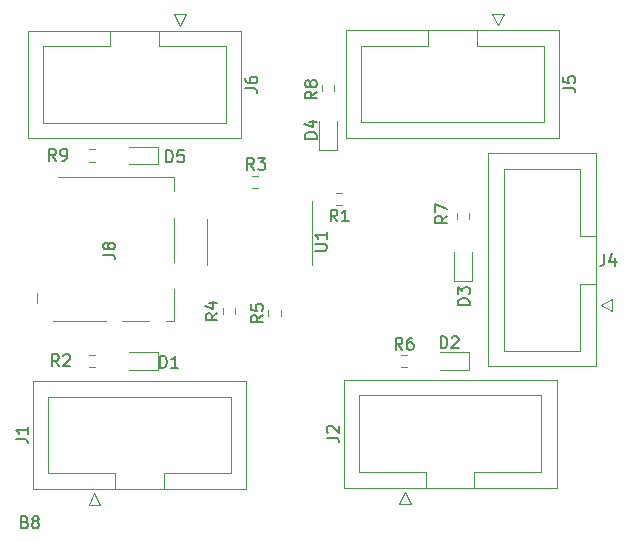
<source format=gto>
%TF.GenerationSoftware,KiCad,Pcbnew,8.0.5*%
%TF.CreationDate,2024-09-24T00:06:34+02:00*%
%TF.ProjectId,PicoShield,5069636f-5368-4696-956c-642e6b696361,rev?*%
%TF.SameCoordinates,Original*%
%TF.FileFunction,Legend,Top*%
%TF.FilePolarity,Positive*%
%FSLAX46Y46*%
G04 Gerber Fmt 4.6, Leading zero omitted, Abs format (unit mm)*
G04 Created by KiCad (PCBNEW 8.0.5) date 2024-09-24 00:06:34*
%MOMM*%
%LPD*%
G01*
G04 APERTURE LIST*
%ADD10C,0.150000*%
%ADD11C,0.120000*%
G04 APERTURE END LIST*
D10*
X132343712Y-74479209D02*
X132486569Y-74526828D01*
X132486569Y-74526828D02*
X132534188Y-74574447D01*
X132534188Y-74574447D02*
X132581807Y-74669685D01*
X132581807Y-74669685D02*
X132581807Y-74812542D01*
X132581807Y-74812542D02*
X132534188Y-74907780D01*
X132534188Y-74907780D02*
X132486569Y-74955400D01*
X132486569Y-74955400D02*
X132391331Y-75003019D01*
X132391331Y-75003019D02*
X132010379Y-75003019D01*
X132010379Y-75003019D02*
X132010379Y-74003019D01*
X132010379Y-74003019D02*
X132343712Y-74003019D01*
X132343712Y-74003019D02*
X132438950Y-74050638D01*
X132438950Y-74050638D02*
X132486569Y-74098257D01*
X132486569Y-74098257D02*
X132534188Y-74193495D01*
X132534188Y-74193495D02*
X132534188Y-74288733D01*
X132534188Y-74288733D02*
X132486569Y-74383971D01*
X132486569Y-74383971D02*
X132438950Y-74431590D01*
X132438950Y-74431590D02*
X132343712Y-74479209D01*
X132343712Y-74479209D02*
X132010379Y-74479209D01*
X133153236Y-74431590D02*
X133057998Y-74383971D01*
X133057998Y-74383971D02*
X133010379Y-74336352D01*
X133010379Y-74336352D02*
X132962760Y-74241114D01*
X132962760Y-74241114D02*
X132962760Y-74193495D01*
X132962760Y-74193495D02*
X133010379Y-74098257D01*
X133010379Y-74098257D02*
X133057998Y-74050638D01*
X133057998Y-74050638D02*
X133153236Y-74003019D01*
X133153236Y-74003019D02*
X133343712Y-74003019D01*
X133343712Y-74003019D02*
X133438950Y-74050638D01*
X133438950Y-74050638D02*
X133486569Y-74098257D01*
X133486569Y-74098257D02*
X133534188Y-74193495D01*
X133534188Y-74193495D02*
X133534188Y-74241114D01*
X133534188Y-74241114D02*
X133486569Y-74336352D01*
X133486569Y-74336352D02*
X133438950Y-74383971D01*
X133438950Y-74383971D02*
X133343712Y-74431590D01*
X133343712Y-74431590D02*
X133153236Y-74431590D01*
X133153236Y-74431590D02*
X133057998Y-74479209D01*
X133057998Y-74479209D02*
X133010379Y-74526828D01*
X133010379Y-74526828D02*
X132962760Y-74622066D01*
X132962760Y-74622066D02*
X132962760Y-74812542D01*
X132962760Y-74812542D02*
X133010379Y-74907780D01*
X133010379Y-74907780D02*
X133057998Y-74955400D01*
X133057998Y-74955400D02*
X133153236Y-75003019D01*
X133153236Y-75003019D02*
X133343712Y-75003019D01*
X133343712Y-75003019D02*
X133438950Y-74955400D01*
X133438950Y-74955400D02*
X133486569Y-74907780D01*
X133486569Y-74907780D02*
X133534188Y-74812542D01*
X133534188Y-74812542D02*
X133534188Y-74622066D01*
X133534188Y-74622066D02*
X133486569Y-74526828D01*
X133486569Y-74526828D02*
X133438950Y-74479209D01*
X133438950Y-74479209D02*
X133343712Y-74431590D01*
X148630819Y-56808666D02*
X148154628Y-57141999D01*
X148630819Y-57380094D02*
X147630819Y-57380094D01*
X147630819Y-57380094D02*
X147630819Y-56999142D01*
X147630819Y-56999142D02*
X147678438Y-56903904D01*
X147678438Y-56903904D02*
X147726057Y-56856285D01*
X147726057Y-56856285D02*
X147821295Y-56808666D01*
X147821295Y-56808666D02*
X147964152Y-56808666D01*
X147964152Y-56808666D02*
X148059390Y-56856285D01*
X148059390Y-56856285D02*
X148107009Y-56903904D01*
X148107009Y-56903904D02*
X148154628Y-56999142D01*
X148154628Y-56999142D02*
X148154628Y-57380094D01*
X147964152Y-55951523D02*
X148630819Y-55951523D01*
X147583200Y-56189618D02*
X148297485Y-56427713D01*
X148297485Y-56427713D02*
X148297485Y-55808666D01*
X168094819Y-48553666D02*
X167618628Y-48886999D01*
X168094819Y-49125094D02*
X167094819Y-49125094D01*
X167094819Y-49125094D02*
X167094819Y-48744142D01*
X167094819Y-48744142D02*
X167142438Y-48648904D01*
X167142438Y-48648904D02*
X167190057Y-48601285D01*
X167190057Y-48601285D02*
X167285295Y-48553666D01*
X167285295Y-48553666D02*
X167428152Y-48553666D01*
X167428152Y-48553666D02*
X167523390Y-48601285D01*
X167523390Y-48601285D02*
X167571009Y-48648904D01*
X167571009Y-48648904D02*
X167618628Y-48744142D01*
X167618628Y-48744142D02*
X167618628Y-49125094D01*
X167094819Y-48220332D02*
X167094819Y-47553666D01*
X167094819Y-47553666D02*
X168094819Y-47982237D01*
X131581619Y-67440133D02*
X132295904Y-67440133D01*
X132295904Y-67440133D02*
X132438761Y-67487752D01*
X132438761Y-67487752D02*
X132534000Y-67582990D01*
X132534000Y-67582990D02*
X132581619Y-67725847D01*
X132581619Y-67725847D02*
X132581619Y-67821085D01*
X132581619Y-66440133D02*
X132581619Y-67011561D01*
X132581619Y-66725847D02*
X131581619Y-66725847D01*
X131581619Y-66725847D02*
X131724476Y-66821085D01*
X131724476Y-66821085D02*
X131819714Y-66916323D01*
X131819714Y-66916323D02*
X131867333Y-67011561D01*
X177919219Y-37722133D02*
X178633504Y-37722133D01*
X178633504Y-37722133D02*
X178776361Y-37769752D01*
X178776361Y-37769752D02*
X178871600Y-37864990D01*
X178871600Y-37864990D02*
X178919219Y-38007847D01*
X178919219Y-38007847D02*
X178919219Y-38103085D01*
X177919219Y-36769752D02*
X177919219Y-37245942D01*
X177919219Y-37245942D02*
X178395409Y-37293561D01*
X178395409Y-37293561D02*
X178347790Y-37245942D01*
X178347790Y-37245942D02*
X178300171Y-37150704D01*
X178300171Y-37150704D02*
X178300171Y-36912609D01*
X178300171Y-36912609D02*
X178347790Y-36817371D01*
X178347790Y-36817371D02*
X178395409Y-36769752D01*
X178395409Y-36769752D02*
X178490647Y-36722133D01*
X178490647Y-36722133D02*
X178728742Y-36722133D01*
X178728742Y-36722133D02*
X178823980Y-36769752D01*
X178823980Y-36769752D02*
X178871600Y-36817371D01*
X178871600Y-36817371D02*
X178919219Y-36912609D01*
X178919219Y-36912609D02*
X178919219Y-37150704D01*
X178919219Y-37150704D02*
X178871600Y-37245942D01*
X178871600Y-37245942D02*
X178823980Y-37293561D01*
X157896019Y-67338533D02*
X158610304Y-67338533D01*
X158610304Y-67338533D02*
X158753161Y-67386152D01*
X158753161Y-67386152D02*
X158848400Y-67481390D01*
X158848400Y-67481390D02*
X158896019Y-67624247D01*
X158896019Y-67624247D02*
X158896019Y-67719485D01*
X157991257Y-66909961D02*
X157943638Y-66862342D01*
X157943638Y-66862342D02*
X157896019Y-66767104D01*
X157896019Y-66767104D02*
X157896019Y-66529009D01*
X157896019Y-66529009D02*
X157943638Y-66433771D01*
X157943638Y-66433771D02*
X157991257Y-66386152D01*
X157991257Y-66386152D02*
X158086495Y-66338533D01*
X158086495Y-66338533D02*
X158181733Y-66338533D01*
X158181733Y-66338533D02*
X158324590Y-66386152D01*
X158324590Y-66386152D02*
X158896019Y-66957580D01*
X158896019Y-66957580D02*
X158896019Y-66338533D01*
X151725333Y-44650819D02*
X151392000Y-44174628D01*
X151153905Y-44650819D02*
X151153905Y-43650819D01*
X151153905Y-43650819D02*
X151534857Y-43650819D01*
X151534857Y-43650819D02*
X151630095Y-43698438D01*
X151630095Y-43698438D02*
X151677714Y-43746057D01*
X151677714Y-43746057D02*
X151725333Y-43841295D01*
X151725333Y-43841295D02*
X151725333Y-43984152D01*
X151725333Y-43984152D02*
X151677714Y-44079390D01*
X151677714Y-44079390D02*
X151630095Y-44127009D01*
X151630095Y-44127009D02*
X151534857Y-44174628D01*
X151534857Y-44174628D02*
X151153905Y-44174628D01*
X152058667Y-43650819D02*
X152677714Y-43650819D01*
X152677714Y-43650819D02*
X152344381Y-44031771D01*
X152344381Y-44031771D02*
X152487238Y-44031771D01*
X152487238Y-44031771D02*
X152582476Y-44079390D01*
X152582476Y-44079390D02*
X152630095Y-44127009D01*
X152630095Y-44127009D02*
X152677714Y-44222247D01*
X152677714Y-44222247D02*
X152677714Y-44460342D01*
X152677714Y-44460342D02*
X152630095Y-44555580D01*
X152630095Y-44555580D02*
X152582476Y-44603200D01*
X152582476Y-44603200D02*
X152487238Y-44650819D01*
X152487238Y-44650819D02*
X152201524Y-44650819D01*
X152201524Y-44650819D02*
X152106286Y-44603200D01*
X152106286Y-44603200D02*
X152058667Y-44555580D01*
X158786533Y-49027219D02*
X158453200Y-48551028D01*
X158215105Y-49027219D02*
X158215105Y-48027219D01*
X158215105Y-48027219D02*
X158596057Y-48027219D01*
X158596057Y-48027219D02*
X158691295Y-48074838D01*
X158691295Y-48074838D02*
X158738914Y-48122457D01*
X158738914Y-48122457D02*
X158786533Y-48217695D01*
X158786533Y-48217695D02*
X158786533Y-48360552D01*
X158786533Y-48360552D02*
X158738914Y-48455790D01*
X158738914Y-48455790D02*
X158691295Y-48503409D01*
X158691295Y-48503409D02*
X158596057Y-48551028D01*
X158596057Y-48551028D02*
X158215105Y-48551028D01*
X159738914Y-49027219D02*
X159167486Y-49027219D01*
X159453200Y-49027219D02*
X159453200Y-48027219D01*
X159453200Y-48027219D02*
X159357962Y-48170076D01*
X159357962Y-48170076D02*
X159262724Y-48265314D01*
X159262724Y-48265314D02*
X159167486Y-48312933D01*
X138954819Y-51833333D02*
X139669104Y-51833333D01*
X139669104Y-51833333D02*
X139811961Y-51880952D01*
X139811961Y-51880952D02*
X139907200Y-51976190D01*
X139907200Y-51976190D02*
X139954819Y-52119047D01*
X139954819Y-52119047D02*
X139954819Y-52214285D01*
X139383390Y-51214285D02*
X139335771Y-51309523D01*
X139335771Y-51309523D02*
X139288152Y-51357142D01*
X139288152Y-51357142D02*
X139192914Y-51404761D01*
X139192914Y-51404761D02*
X139145295Y-51404761D01*
X139145295Y-51404761D02*
X139050057Y-51357142D01*
X139050057Y-51357142D02*
X139002438Y-51309523D01*
X139002438Y-51309523D02*
X138954819Y-51214285D01*
X138954819Y-51214285D02*
X138954819Y-51023809D01*
X138954819Y-51023809D02*
X139002438Y-50928571D01*
X139002438Y-50928571D02*
X139050057Y-50880952D01*
X139050057Y-50880952D02*
X139145295Y-50833333D01*
X139145295Y-50833333D02*
X139192914Y-50833333D01*
X139192914Y-50833333D02*
X139288152Y-50880952D01*
X139288152Y-50880952D02*
X139335771Y-50928571D01*
X139335771Y-50928571D02*
X139383390Y-51023809D01*
X139383390Y-51023809D02*
X139383390Y-51214285D01*
X139383390Y-51214285D02*
X139431009Y-51309523D01*
X139431009Y-51309523D02*
X139478628Y-51357142D01*
X139478628Y-51357142D02*
X139573866Y-51404761D01*
X139573866Y-51404761D02*
X139764342Y-51404761D01*
X139764342Y-51404761D02*
X139859580Y-51357142D01*
X139859580Y-51357142D02*
X139907200Y-51309523D01*
X139907200Y-51309523D02*
X139954819Y-51214285D01*
X139954819Y-51214285D02*
X139954819Y-51023809D01*
X139954819Y-51023809D02*
X139907200Y-50928571D01*
X139907200Y-50928571D02*
X139859580Y-50880952D01*
X139859580Y-50880952D02*
X139764342Y-50833333D01*
X139764342Y-50833333D02*
X139573866Y-50833333D01*
X139573866Y-50833333D02*
X139478628Y-50880952D01*
X139478628Y-50880952D02*
X139431009Y-50928571D01*
X139431009Y-50928571D02*
X139383390Y-51023809D01*
X144295905Y-44015819D02*
X144295905Y-43015819D01*
X144295905Y-43015819D02*
X144534000Y-43015819D01*
X144534000Y-43015819D02*
X144676857Y-43063438D01*
X144676857Y-43063438D02*
X144772095Y-43158676D01*
X144772095Y-43158676D02*
X144819714Y-43253914D01*
X144819714Y-43253914D02*
X144867333Y-43444390D01*
X144867333Y-43444390D02*
X144867333Y-43587247D01*
X144867333Y-43587247D02*
X144819714Y-43777723D01*
X144819714Y-43777723D02*
X144772095Y-43872961D01*
X144772095Y-43872961D02*
X144676857Y-43968200D01*
X144676857Y-43968200D02*
X144534000Y-44015819D01*
X144534000Y-44015819D02*
X144295905Y-44015819D01*
X145772095Y-43015819D02*
X145295905Y-43015819D01*
X145295905Y-43015819D02*
X145248286Y-43492009D01*
X145248286Y-43492009D02*
X145295905Y-43444390D01*
X145295905Y-43444390D02*
X145391143Y-43396771D01*
X145391143Y-43396771D02*
X145629238Y-43396771D01*
X145629238Y-43396771D02*
X145724476Y-43444390D01*
X145724476Y-43444390D02*
X145772095Y-43492009D01*
X145772095Y-43492009D02*
X145819714Y-43587247D01*
X145819714Y-43587247D02*
X145819714Y-43825342D01*
X145819714Y-43825342D02*
X145772095Y-43920580D01*
X145772095Y-43920580D02*
X145724476Y-43968200D01*
X145724476Y-43968200D02*
X145629238Y-44015819D01*
X145629238Y-44015819D02*
X145391143Y-44015819D01*
X145391143Y-44015819D02*
X145295905Y-43968200D01*
X145295905Y-43968200D02*
X145248286Y-43920580D01*
X156908219Y-51502904D02*
X157717742Y-51502904D01*
X157717742Y-51502904D02*
X157812980Y-51455285D01*
X157812980Y-51455285D02*
X157860600Y-51407666D01*
X157860600Y-51407666D02*
X157908219Y-51312428D01*
X157908219Y-51312428D02*
X157908219Y-51121952D01*
X157908219Y-51121952D02*
X157860600Y-51026714D01*
X157860600Y-51026714D02*
X157812980Y-50979095D01*
X157812980Y-50979095D02*
X157717742Y-50931476D01*
X157717742Y-50931476D02*
X156908219Y-50931476D01*
X157908219Y-49931476D02*
X157908219Y-50502904D01*
X157908219Y-50217190D02*
X156908219Y-50217190D01*
X156908219Y-50217190D02*
X157051076Y-50312428D01*
X157051076Y-50312428D02*
X157146314Y-50407666D01*
X157146314Y-50407666D02*
X157193933Y-50502904D01*
X157045819Y-42013094D02*
X156045819Y-42013094D01*
X156045819Y-42013094D02*
X156045819Y-41774999D01*
X156045819Y-41774999D02*
X156093438Y-41632142D01*
X156093438Y-41632142D02*
X156188676Y-41536904D01*
X156188676Y-41536904D02*
X156283914Y-41489285D01*
X156283914Y-41489285D02*
X156474390Y-41441666D01*
X156474390Y-41441666D02*
X156617247Y-41441666D01*
X156617247Y-41441666D02*
X156807723Y-41489285D01*
X156807723Y-41489285D02*
X156902961Y-41536904D01*
X156902961Y-41536904D02*
X156998200Y-41632142D01*
X156998200Y-41632142D02*
X157045819Y-41774999D01*
X157045819Y-41774999D02*
X157045819Y-42013094D01*
X156379152Y-40584523D02*
X157045819Y-40584523D01*
X155998200Y-40822618D02*
X156712485Y-41060713D01*
X156712485Y-41060713D02*
X156712485Y-40441666D01*
X150995219Y-37772933D02*
X151709504Y-37772933D01*
X151709504Y-37772933D02*
X151852361Y-37820552D01*
X151852361Y-37820552D02*
X151947600Y-37915790D01*
X151947600Y-37915790D02*
X151995219Y-38058647D01*
X151995219Y-38058647D02*
X151995219Y-38153885D01*
X150995219Y-36868171D02*
X150995219Y-37058647D01*
X150995219Y-37058647D02*
X151042838Y-37153885D01*
X151042838Y-37153885D02*
X151090457Y-37201504D01*
X151090457Y-37201504D02*
X151233314Y-37296742D01*
X151233314Y-37296742D02*
X151423790Y-37344361D01*
X151423790Y-37344361D02*
X151804742Y-37344361D01*
X151804742Y-37344361D02*
X151899980Y-37296742D01*
X151899980Y-37296742D02*
X151947600Y-37249123D01*
X151947600Y-37249123D02*
X151995219Y-37153885D01*
X151995219Y-37153885D02*
X151995219Y-36963409D01*
X151995219Y-36963409D02*
X151947600Y-36868171D01*
X151947600Y-36868171D02*
X151899980Y-36820552D01*
X151899980Y-36820552D02*
X151804742Y-36772933D01*
X151804742Y-36772933D02*
X151566647Y-36772933D01*
X151566647Y-36772933D02*
X151471409Y-36820552D01*
X151471409Y-36820552D02*
X151423790Y-36868171D01*
X151423790Y-36868171D02*
X151376171Y-36963409D01*
X151376171Y-36963409D02*
X151376171Y-37153885D01*
X151376171Y-37153885D02*
X151423790Y-37249123D01*
X151423790Y-37249123D02*
X151471409Y-37296742D01*
X151471409Y-37296742D02*
X151566647Y-37344361D01*
X181403666Y-51778819D02*
X181403666Y-52493104D01*
X181403666Y-52493104D02*
X181356047Y-52635961D01*
X181356047Y-52635961D02*
X181260809Y-52731200D01*
X181260809Y-52731200D02*
X181117952Y-52778819D01*
X181117952Y-52778819D02*
X181022714Y-52778819D01*
X182308428Y-52112152D02*
X182308428Y-52778819D01*
X182070333Y-51731200D02*
X181832238Y-52445485D01*
X181832238Y-52445485D02*
X182451285Y-52445485D01*
X167536905Y-59763819D02*
X167536905Y-58763819D01*
X167536905Y-58763819D02*
X167775000Y-58763819D01*
X167775000Y-58763819D02*
X167917857Y-58811438D01*
X167917857Y-58811438D02*
X168013095Y-58906676D01*
X168013095Y-58906676D02*
X168060714Y-59001914D01*
X168060714Y-59001914D02*
X168108333Y-59192390D01*
X168108333Y-59192390D02*
X168108333Y-59335247D01*
X168108333Y-59335247D02*
X168060714Y-59525723D01*
X168060714Y-59525723D02*
X168013095Y-59620961D01*
X168013095Y-59620961D02*
X167917857Y-59716200D01*
X167917857Y-59716200D02*
X167775000Y-59763819D01*
X167775000Y-59763819D02*
X167536905Y-59763819D01*
X168489286Y-58859057D02*
X168536905Y-58811438D01*
X168536905Y-58811438D02*
X168632143Y-58763819D01*
X168632143Y-58763819D02*
X168870238Y-58763819D01*
X168870238Y-58763819D02*
X168965476Y-58811438D01*
X168965476Y-58811438D02*
X169013095Y-58859057D01*
X169013095Y-58859057D02*
X169060714Y-58954295D01*
X169060714Y-58954295D02*
X169060714Y-59049533D01*
X169060714Y-59049533D02*
X169013095Y-59192390D01*
X169013095Y-59192390D02*
X168441667Y-59763819D01*
X168441667Y-59763819D02*
X169060714Y-59763819D01*
X135215333Y-61287819D02*
X134882000Y-60811628D01*
X134643905Y-61287819D02*
X134643905Y-60287819D01*
X134643905Y-60287819D02*
X135024857Y-60287819D01*
X135024857Y-60287819D02*
X135120095Y-60335438D01*
X135120095Y-60335438D02*
X135167714Y-60383057D01*
X135167714Y-60383057D02*
X135215333Y-60478295D01*
X135215333Y-60478295D02*
X135215333Y-60621152D01*
X135215333Y-60621152D02*
X135167714Y-60716390D01*
X135167714Y-60716390D02*
X135120095Y-60764009D01*
X135120095Y-60764009D02*
X135024857Y-60811628D01*
X135024857Y-60811628D02*
X134643905Y-60811628D01*
X135596286Y-60383057D02*
X135643905Y-60335438D01*
X135643905Y-60335438D02*
X135739143Y-60287819D01*
X135739143Y-60287819D02*
X135977238Y-60287819D01*
X135977238Y-60287819D02*
X136072476Y-60335438D01*
X136072476Y-60335438D02*
X136120095Y-60383057D01*
X136120095Y-60383057D02*
X136167714Y-60478295D01*
X136167714Y-60478295D02*
X136167714Y-60573533D01*
X136167714Y-60573533D02*
X136120095Y-60716390D01*
X136120095Y-60716390D02*
X135548667Y-61287819D01*
X135548667Y-61287819D02*
X136167714Y-61287819D01*
X164298333Y-59890819D02*
X163965000Y-59414628D01*
X163726905Y-59890819D02*
X163726905Y-58890819D01*
X163726905Y-58890819D02*
X164107857Y-58890819D01*
X164107857Y-58890819D02*
X164203095Y-58938438D01*
X164203095Y-58938438D02*
X164250714Y-58986057D01*
X164250714Y-58986057D02*
X164298333Y-59081295D01*
X164298333Y-59081295D02*
X164298333Y-59224152D01*
X164298333Y-59224152D02*
X164250714Y-59319390D01*
X164250714Y-59319390D02*
X164203095Y-59367009D01*
X164203095Y-59367009D02*
X164107857Y-59414628D01*
X164107857Y-59414628D02*
X163726905Y-59414628D01*
X165155476Y-58890819D02*
X164965000Y-58890819D01*
X164965000Y-58890819D02*
X164869762Y-58938438D01*
X164869762Y-58938438D02*
X164822143Y-58986057D01*
X164822143Y-58986057D02*
X164726905Y-59128914D01*
X164726905Y-59128914D02*
X164679286Y-59319390D01*
X164679286Y-59319390D02*
X164679286Y-59700342D01*
X164679286Y-59700342D02*
X164726905Y-59795580D01*
X164726905Y-59795580D02*
X164774524Y-59843200D01*
X164774524Y-59843200D02*
X164869762Y-59890819D01*
X164869762Y-59890819D02*
X165060238Y-59890819D01*
X165060238Y-59890819D02*
X165155476Y-59843200D01*
X165155476Y-59843200D02*
X165203095Y-59795580D01*
X165203095Y-59795580D02*
X165250714Y-59700342D01*
X165250714Y-59700342D02*
X165250714Y-59462247D01*
X165250714Y-59462247D02*
X165203095Y-59367009D01*
X165203095Y-59367009D02*
X165155476Y-59319390D01*
X165155476Y-59319390D02*
X165060238Y-59271771D01*
X165060238Y-59271771D02*
X164869762Y-59271771D01*
X164869762Y-59271771D02*
X164774524Y-59319390D01*
X164774524Y-59319390D02*
X164726905Y-59367009D01*
X164726905Y-59367009D02*
X164679286Y-59462247D01*
X169999819Y-56110094D02*
X168999819Y-56110094D01*
X168999819Y-56110094D02*
X168999819Y-55871999D01*
X168999819Y-55871999D02*
X169047438Y-55729142D01*
X169047438Y-55729142D02*
X169142676Y-55633904D01*
X169142676Y-55633904D02*
X169237914Y-55586285D01*
X169237914Y-55586285D02*
X169428390Y-55538666D01*
X169428390Y-55538666D02*
X169571247Y-55538666D01*
X169571247Y-55538666D02*
X169761723Y-55586285D01*
X169761723Y-55586285D02*
X169856961Y-55633904D01*
X169856961Y-55633904D02*
X169952200Y-55729142D01*
X169952200Y-55729142D02*
X169999819Y-55871999D01*
X169999819Y-55871999D02*
X169999819Y-56110094D01*
X168999819Y-55205332D02*
X168999819Y-54586285D01*
X168999819Y-54586285D02*
X169380771Y-54919618D01*
X169380771Y-54919618D02*
X169380771Y-54776761D01*
X169380771Y-54776761D02*
X169428390Y-54681523D01*
X169428390Y-54681523D02*
X169476009Y-54633904D01*
X169476009Y-54633904D02*
X169571247Y-54586285D01*
X169571247Y-54586285D02*
X169809342Y-54586285D01*
X169809342Y-54586285D02*
X169904580Y-54633904D01*
X169904580Y-54633904D02*
X169952200Y-54681523D01*
X169952200Y-54681523D02*
X169999819Y-54776761D01*
X169999819Y-54776761D02*
X169999819Y-55062475D01*
X169999819Y-55062475D02*
X169952200Y-55157713D01*
X169952200Y-55157713D02*
X169904580Y-55205332D01*
X143787905Y-61414819D02*
X143787905Y-60414819D01*
X143787905Y-60414819D02*
X144026000Y-60414819D01*
X144026000Y-60414819D02*
X144168857Y-60462438D01*
X144168857Y-60462438D02*
X144264095Y-60557676D01*
X144264095Y-60557676D02*
X144311714Y-60652914D01*
X144311714Y-60652914D02*
X144359333Y-60843390D01*
X144359333Y-60843390D02*
X144359333Y-60986247D01*
X144359333Y-60986247D02*
X144311714Y-61176723D01*
X144311714Y-61176723D02*
X144264095Y-61271961D01*
X144264095Y-61271961D02*
X144168857Y-61367200D01*
X144168857Y-61367200D02*
X144026000Y-61414819D01*
X144026000Y-61414819D02*
X143787905Y-61414819D01*
X145311714Y-61414819D02*
X144740286Y-61414819D01*
X145026000Y-61414819D02*
X145026000Y-60414819D01*
X145026000Y-60414819D02*
X144930762Y-60557676D01*
X144930762Y-60557676D02*
X144835524Y-60652914D01*
X144835524Y-60652914D02*
X144740286Y-60700533D01*
X134961333Y-43888819D02*
X134628000Y-43412628D01*
X134389905Y-43888819D02*
X134389905Y-42888819D01*
X134389905Y-42888819D02*
X134770857Y-42888819D01*
X134770857Y-42888819D02*
X134866095Y-42936438D01*
X134866095Y-42936438D02*
X134913714Y-42984057D01*
X134913714Y-42984057D02*
X134961333Y-43079295D01*
X134961333Y-43079295D02*
X134961333Y-43222152D01*
X134961333Y-43222152D02*
X134913714Y-43317390D01*
X134913714Y-43317390D02*
X134866095Y-43365009D01*
X134866095Y-43365009D02*
X134770857Y-43412628D01*
X134770857Y-43412628D02*
X134389905Y-43412628D01*
X135437524Y-43888819D02*
X135628000Y-43888819D01*
X135628000Y-43888819D02*
X135723238Y-43841200D01*
X135723238Y-43841200D02*
X135770857Y-43793580D01*
X135770857Y-43793580D02*
X135866095Y-43650723D01*
X135866095Y-43650723D02*
X135913714Y-43460247D01*
X135913714Y-43460247D02*
X135913714Y-43079295D01*
X135913714Y-43079295D02*
X135866095Y-42984057D01*
X135866095Y-42984057D02*
X135818476Y-42936438D01*
X135818476Y-42936438D02*
X135723238Y-42888819D01*
X135723238Y-42888819D02*
X135532762Y-42888819D01*
X135532762Y-42888819D02*
X135437524Y-42936438D01*
X135437524Y-42936438D02*
X135389905Y-42984057D01*
X135389905Y-42984057D02*
X135342286Y-43079295D01*
X135342286Y-43079295D02*
X135342286Y-43317390D01*
X135342286Y-43317390D02*
X135389905Y-43412628D01*
X135389905Y-43412628D02*
X135437524Y-43460247D01*
X135437524Y-43460247D02*
X135532762Y-43507866D01*
X135532762Y-43507866D02*
X135723238Y-43507866D01*
X135723238Y-43507866D02*
X135818476Y-43460247D01*
X135818476Y-43460247D02*
X135866095Y-43412628D01*
X135866095Y-43412628D02*
X135913714Y-43317390D01*
X157071219Y-38038066D02*
X156595028Y-38371399D01*
X157071219Y-38609494D02*
X156071219Y-38609494D01*
X156071219Y-38609494D02*
X156071219Y-38228542D01*
X156071219Y-38228542D02*
X156118838Y-38133304D01*
X156118838Y-38133304D02*
X156166457Y-38085685D01*
X156166457Y-38085685D02*
X156261695Y-38038066D01*
X156261695Y-38038066D02*
X156404552Y-38038066D01*
X156404552Y-38038066D02*
X156499790Y-38085685D01*
X156499790Y-38085685D02*
X156547409Y-38133304D01*
X156547409Y-38133304D02*
X156595028Y-38228542D01*
X156595028Y-38228542D02*
X156595028Y-38609494D01*
X156499790Y-37466637D02*
X156452171Y-37561875D01*
X156452171Y-37561875D02*
X156404552Y-37609494D01*
X156404552Y-37609494D02*
X156309314Y-37657113D01*
X156309314Y-37657113D02*
X156261695Y-37657113D01*
X156261695Y-37657113D02*
X156166457Y-37609494D01*
X156166457Y-37609494D02*
X156118838Y-37561875D01*
X156118838Y-37561875D02*
X156071219Y-37466637D01*
X156071219Y-37466637D02*
X156071219Y-37276161D01*
X156071219Y-37276161D02*
X156118838Y-37180923D01*
X156118838Y-37180923D02*
X156166457Y-37133304D01*
X156166457Y-37133304D02*
X156261695Y-37085685D01*
X156261695Y-37085685D02*
X156309314Y-37085685D01*
X156309314Y-37085685D02*
X156404552Y-37133304D01*
X156404552Y-37133304D02*
X156452171Y-37180923D01*
X156452171Y-37180923D02*
X156499790Y-37276161D01*
X156499790Y-37276161D02*
X156499790Y-37466637D01*
X156499790Y-37466637D02*
X156547409Y-37561875D01*
X156547409Y-37561875D02*
X156595028Y-37609494D01*
X156595028Y-37609494D02*
X156690266Y-37657113D01*
X156690266Y-37657113D02*
X156880742Y-37657113D01*
X156880742Y-37657113D02*
X156975980Y-37609494D01*
X156975980Y-37609494D02*
X157023600Y-37561875D01*
X157023600Y-37561875D02*
X157071219Y-37466637D01*
X157071219Y-37466637D02*
X157071219Y-37276161D01*
X157071219Y-37276161D02*
X157023600Y-37180923D01*
X157023600Y-37180923D02*
X156975980Y-37133304D01*
X156975980Y-37133304D02*
X156880742Y-37085685D01*
X156880742Y-37085685D02*
X156690266Y-37085685D01*
X156690266Y-37085685D02*
X156595028Y-37133304D01*
X156595028Y-37133304D02*
X156547409Y-37180923D01*
X156547409Y-37180923D02*
X156499790Y-37276161D01*
X152491619Y-56961066D02*
X152015428Y-57294399D01*
X152491619Y-57532494D02*
X151491619Y-57532494D01*
X151491619Y-57532494D02*
X151491619Y-57151542D01*
X151491619Y-57151542D02*
X151539238Y-57056304D01*
X151539238Y-57056304D02*
X151586857Y-57008685D01*
X151586857Y-57008685D02*
X151682095Y-56961066D01*
X151682095Y-56961066D02*
X151824952Y-56961066D01*
X151824952Y-56961066D02*
X151920190Y-57008685D01*
X151920190Y-57008685D02*
X151967809Y-57056304D01*
X151967809Y-57056304D02*
X152015428Y-57151542D01*
X152015428Y-57151542D02*
X152015428Y-57532494D01*
X151491619Y-56056304D02*
X151491619Y-56532494D01*
X151491619Y-56532494D02*
X151967809Y-56580113D01*
X151967809Y-56580113D02*
X151920190Y-56532494D01*
X151920190Y-56532494D02*
X151872571Y-56437256D01*
X151872571Y-56437256D02*
X151872571Y-56199161D01*
X151872571Y-56199161D02*
X151920190Y-56103923D01*
X151920190Y-56103923D02*
X151967809Y-56056304D01*
X151967809Y-56056304D02*
X152063047Y-56008685D01*
X152063047Y-56008685D02*
X152301142Y-56008685D01*
X152301142Y-56008685D02*
X152396380Y-56056304D01*
X152396380Y-56056304D02*
X152444000Y-56103923D01*
X152444000Y-56103923D02*
X152491619Y-56199161D01*
X152491619Y-56199161D02*
X152491619Y-56437256D01*
X152491619Y-56437256D02*
X152444000Y-56532494D01*
X152444000Y-56532494D02*
X152396380Y-56580113D01*
D11*
%TO.C,R4*%
X149083500Y-56896724D02*
X149083500Y-56387276D01*
X150128500Y-56896724D02*
X150128500Y-56387276D01*
%TO.C,R7*%
X168895500Y-48282776D02*
X168895500Y-48792224D01*
X169940500Y-48282776D02*
X169940500Y-48792224D01*
%TO.C,J1*%
X133016800Y-62546800D02*
X151056800Y-62546800D01*
X133016800Y-71666800D02*
X133016800Y-62546800D01*
X134316800Y-63856800D02*
X149756800Y-63856800D01*
X134316800Y-70356800D02*
X134316800Y-63856800D01*
X137726800Y-73056800D02*
X138726800Y-73056800D01*
X138226800Y-72056800D02*
X137726800Y-73056800D01*
X138726800Y-73056800D02*
X138226800Y-72056800D01*
X139986800Y-70356800D02*
X134316800Y-70356800D01*
X139986800Y-71666800D02*
X139986800Y-70356800D01*
X144086800Y-70356800D02*
X144086800Y-70356800D01*
X144086800Y-70356800D02*
X144086800Y-71666800D01*
X149756800Y-63856800D02*
X149756800Y-70356800D01*
X149756800Y-70356800D02*
X144086800Y-70356800D01*
X151056800Y-62546800D02*
X151056800Y-71666800D01*
X151056800Y-71666800D02*
X133016800Y-71666800D01*
%TO.C,J5*%
X159534400Y-32828800D02*
X177574400Y-32828800D01*
X159534400Y-41948800D02*
X159534400Y-32828800D01*
X160834400Y-34138800D02*
X166504400Y-34138800D01*
X160834400Y-40638800D02*
X160834400Y-34138800D01*
X166504400Y-34138800D02*
X166504400Y-32828800D01*
X166504400Y-34138800D02*
X166504400Y-34138800D01*
X170604400Y-32828800D02*
X170604400Y-34138800D01*
X170604400Y-34138800D02*
X176274400Y-34138800D01*
X171864400Y-31438800D02*
X172364400Y-32438800D01*
X172364400Y-32438800D02*
X172864400Y-31438800D01*
X172864400Y-31438800D02*
X171864400Y-31438800D01*
X176274400Y-34138800D02*
X176274400Y-40638800D01*
X176274400Y-40638800D02*
X160834400Y-40638800D01*
X177574400Y-32828800D02*
X177574400Y-41948800D01*
X177574400Y-41948800D02*
X159534400Y-41948800D01*
%TO.C,J2*%
X159331200Y-62445200D02*
X177371200Y-62445200D01*
X159331200Y-71565200D02*
X159331200Y-62445200D01*
X160631200Y-63755200D02*
X176071200Y-63755200D01*
X160631200Y-70255200D02*
X160631200Y-63755200D01*
X164041200Y-72955200D02*
X165041200Y-72955200D01*
X164541200Y-71955200D02*
X164041200Y-72955200D01*
X165041200Y-72955200D02*
X164541200Y-71955200D01*
X166301200Y-70255200D02*
X160631200Y-70255200D01*
X166301200Y-71565200D02*
X166301200Y-70255200D01*
X170401200Y-70255200D02*
X170401200Y-70255200D01*
X170401200Y-70255200D02*
X170401200Y-71565200D01*
X176071200Y-63755200D02*
X176071200Y-70255200D01*
X176071200Y-70255200D02*
X170401200Y-70255200D01*
X177371200Y-62445200D02*
X177371200Y-71565200D01*
X177371200Y-71565200D02*
X159331200Y-71565200D01*
%TO.C,R3*%
X152045124Y-45146700D02*
X151535676Y-45146700D01*
X152045124Y-46191700D02*
X151535676Y-46191700D01*
%TO.C,R1*%
X159207924Y-46619900D02*
X158698476Y-46619900D01*
X159207924Y-47664900D02*
X158698476Y-47664900D01*
%TO.C,J8*%
X133361000Y-55945000D02*
X133361000Y-55085000D01*
X134731000Y-57425000D02*
X139181000Y-57425000D01*
X140581000Y-57425000D02*
X142881000Y-57425000D01*
X144281000Y-57425000D02*
X145001000Y-57425000D01*
X145001000Y-45245000D02*
X135181000Y-45245000D01*
X145001000Y-46475000D02*
X145001000Y-45245000D01*
X145001000Y-52445000D02*
X145001000Y-48775000D01*
X145001000Y-57425000D02*
X145001000Y-54745000D01*
%TO.C,D5*%
X141186000Y-44169000D02*
X143646000Y-44169000D01*
X143646000Y-42699000D02*
X141186000Y-42699000D01*
X143646000Y-44169000D02*
X143646000Y-42699000D01*
%TO.C,U1*%
X147738400Y-50741000D02*
X147738400Y-48791000D01*
X147738400Y-50741000D02*
X147738400Y-52691000D01*
X156608400Y-50741000D02*
X156608400Y-47291000D01*
X156608400Y-50741000D02*
X156608400Y-52691000D01*
%TO.C,D4*%
X157253000Y-40489000D02*
X157253000Y-42949000D01*
X157253000Y-42949000D02*
X158723000Y-42949000D01*
X158723000Y-42949000D02*
X158723000Y-40489000D01*
%TO.C,J6*%
X132610400Y-32879600D02*
X150650400Y-32879600D01*
X132610400Y-41999600D02*
X132610400Y-32879600D01*
X133910400Y-34189600D02*
X139580400Y-34189600D01*
X133910400Y-40689600D02*
X133910400Y-34189600D01*
X139580400Y-34189600D02*
X139580400Y-32879600D01*
X139580400Y-34189600D02*
X139580400Y-34189600D01*
X143680400Y-32879600D02*
X143680400Y-34189600D01*
X143680400Y-34189600D02*
X149350400Y-34189600D01*
X144940400Y-31489600D02*
X145440400Y-32489600D01*
X145440400Y-32489600D02*
X145940400Y-31489600D01*
X145940400Y-31489600D02*
X144940400Y-31489600D01*
X149350400Y-34189600D02*
X149350400Y-40689600D01*
X149350400Y-40689600D02*
X133910400Y-40689600D01*
X150650400Y-32879600D02*
X150650400Y-41999600D01*
X150650400Y-41999600D02*
X132610400Y-41999600D01*
%TO.C,J4*%
X171563600Y-43253200D02*
X180683600Y-43253200D01*
X171563600Y-61293200D02*
X171563600Y-43253200D01*
X172873600Y-44553200D02*
X179373600Y-44553200D01*
X172873600Y-59993200D02*
X172873600Y-44553200D01*
X179373600Y-44553200D02*
X179373600Y-50223200D01*
X179373600Y-50223200D02*
X179373600Y-50223200D01*
X179373600Y-50223200D02*
X180683600Y-50223200D01*
X179373600Y-54323200D02*
X179373600Y-59993200D01*
X179373600Y-59993200D02*
X172873600Y-59993200D01*
X180683600Y-43253200D02*
X180683600Y-61293200D01*
X180683600Y-54323200D02*
X179373600Y-54323200D01*
X180683600Y-61293200D02*
X171563600Y-61293200D01*
X181073600Y-56083200D02*
X182073600Y-56583200D01*
X182073600Y-55583200D02*
X181073600Y-56083200D01*
X182073600Y-56583200D02*
X182073600Y-55583200D01*
%TO.C,D2*%
X167475000Y-61568000D02*
X169935000Y-61568000D01*
X169935000Y-60098000D02*
X167475000Y-60098000D01*
X169935000Y-61568000D02*
X169935000Y-60098000D01*
%TO.C,R2*%
X137794276Y-60310500D02*
X138303724Y-60310500D01*
X137794276Y-61355500D02*
X138303724Y-61355500D01*
%TO.C,R6*%
X164186776Y-60310500D02*
X164696224Y-60310500D01*
X164186776Y-61355500D02*
X164696224Y-61355500D01*
%TO.C,D3*%
X168683000Y-51651000D02*
X168683000Y-54111000D01*
X168683000Y-54111000D02*
X170153000Y-54111000D01*
X170153000Y-54111000D02*
X170153000Y-51651000D01*
%TO.C,D1*%
X141172000Y-61568000D02*
X143632000Y-61568000D01*
X143632000Y-60098000D02*
X141172000Y-60098000D01*
X143632000Y-61568000D02*
X143632000Y-60098000D01*
%TO.C,R9*%
X137794276Y-42911500D02*
X138303724Y-42911500D01*
X137794276Y-43956500D02*
X138303724Y-43956500D01*
%TO.C,R8*%
X157465500Y-37464276D02*
X157465500Y-37973724D01*
X158510500Y-37464276D02*
X158510500Y-37973724D01*
%TO.C,R5*%
X152944300Y-57049124D02*
X152944300Y-56539676D01*
X153989300Y-57049124D02*
X153989300Y-56539676D01*
%TD*%
M02*

</source>
